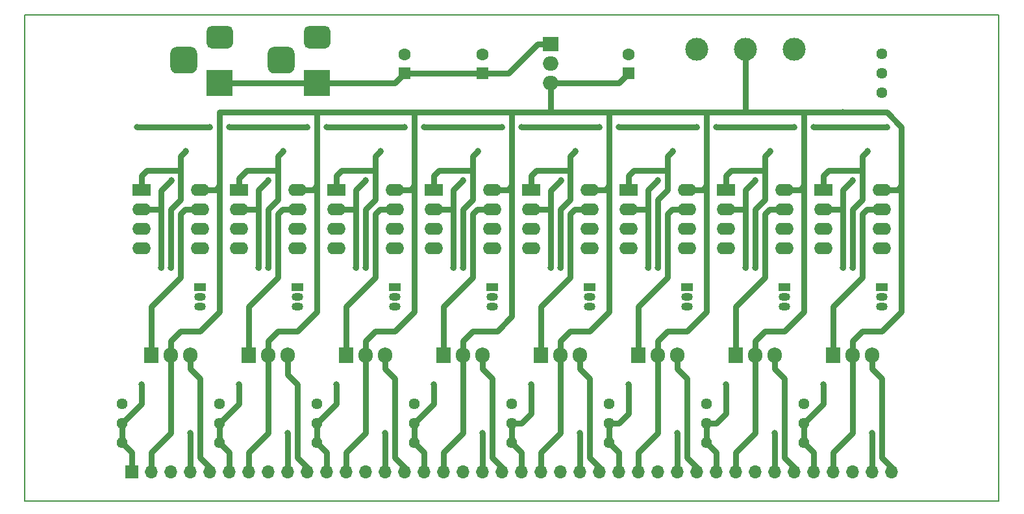
<source format=gbr>
G04 #@! TF.GenerationSoftware,KiCad,Pcbnew,5.1.8+dfsg1-1+b1*
G04 #@! TF.CreationDate,2021-05-07T12:02:56-05:00*
G04 #@! TF.ProjectId,potentiosynth,706f7465-6e74-4696-9f73-796e74682e6b,A*
G04 #@! TF.SameCoordinates,Original*
G04 #@! TF.FileFunction,Copper,L2,Bot*
G04 #@! TF.FilePolarity,Positive*
%FSLAX46Y46*%
G04 Gerber Fmt 4.6, Leading zero omitted, Abs format (unit mm)*
G04 Created by KiCad (PCBNEW 5.1.8+dfsg1-1+b1) date 2021-05-07 12:02:56*
%MOMM*%
%LPD*%
G01*
G04 APERTURE LIST*
G04 #@! TA.AperFunction,Profile*
%ADD10C,0.150000*%
G04 #@! TD*
G04 #@! TA.AperFunction,ComponentPad*
%ADD11C,1.440000*%
G04 #@! TD*
G04 #@! TA.AperFunction,ComponentPad*
%ADD12C,3.000000*%
G04 #@! TD*
G04 #@! TA.AperFunction,ComponentPad*
%ADD13R,3.500000X3.500000*%
G04 #@! TD*
G04 #@! TA.AperFunction,ComponentPad*
%ADD14O,2.400000X1.600000*%
G04 #@! TD*
G04 #@! TA.AperFunction,ComponentPad*
%ADD15R,2.400000X1.600000*%
G04 #@! TD*
G04 #@! TA.AperFunction,ComponentPad*
%ADD16R,1.500000X1.050000*%
G04 #@! TD*
G04 #@! TA.AperFunction,ComponentPad*
%ADD17O,1.500000X1.050000*%
G04 #@! TD*
G04 #@! TA.AperFunction,ComponentPad*
%ADD18O,1.905000X2.000000*%
G04 #@! TD*
G04 #@! TA.AperFunction,ComponentPad*
%ADD19R,1.905000X2.000000*%
G04 #@! TD*
G04 #@! TA.AperFunction,ComponentPad*
%ADD20O,2.000000X1.905000*%
G04 #@! TD*
G04 #@! TA.AperFunction,ComponentPad*
%ADD21R,2.000000X1.905000*%
G04 #@! TD*
G04 #@! TA.AperFunction,ComponentPad*
%ADD22O,1.700000X1.700000*%
G04 #@! TD*
G04 #@! TA.AperFunction,ComponentPad*
%ADD23R,1.700000X1.700000*%
G04 #@! TD*
G04 #@! TA.AperFunction,ComponentPad*
%ADD24C,1.600000*%
G04 #@! TD*
G04 #@! TA.AperFunction,ComponentPad*
%ADD25R,1.600000X1.600000*%
G04 #@! TD*
G04 #@! TA.AperFunction,ViaPad*
%ADD26C,0.800000*%
G04 #@! TD*
G04 #@! TA.AperFunction,Conductor*
%ADD27C,0.762000*%
G04 #@! TD*
G04 APERTURE END LIST*
D10*
X50800000Y-127000000D02*
X177800000Y-127000000D01*
X50800000Y-63500000D02*
X177800000Y-63500000D01*
X50800000Y-127000000D02*
X50800000Y-63500000D01*
X177800000Y-127000000D02*
X177800000Y-63500000D01*
D11*
X139700000Y-119380000D03*
X139700000Y-116840000D03*
X139700000Y-114300000D03*
D12*
X151130000Y-67945000D03*
G04 #@! TA.AperFunction,ComponentPad*
G36*
G01*
X83325000Y-67640000D02*
X85075000Y-67640000D01*
G75*
G02*
X85950000Y-68515000I0J-875000D01*
G01*
X85950000Y-70265000D01*
G75*
G02*
X85075000Y-71140000I-875000J0D01*
G01*
X83325000Y-71140000D01*
G75*
G02*
X82450000Y-70265000I0J875000D01*
G01*
X82450000Y-68515000D01*
G75*
G02*
X83325000Y-67640000I875000J0D01*
G01*
G37*
G04 #@! TD.AperFunction*
G04 #@! TA.AperFunction,ComponentPad*
G36*
G01*
X87900000Y-64890000D02*
X89900000Y-64890000D01*
G75*
G02*
X90650000Y-65640000I0J-750000D01*
G01*
X90650000Y-67140000D01*
G75*
G02*
X89900000Y-67890000I-750000J0D01*
G01*
X87900000Y-67890000D01*
G75*
G02*
X87150000Y-67140000I0J750000D01*
G01*
X87150000Y-65640000D01*
G75*
G02*
X87900000Y-64890000I750000J0D01*
G01*
G37*
G04 #@! TD.AperFunction*
D13*
X88900000Y-72390000D03*
G04 #@! TA.AperFunction,ComponentPad*
G36*
G01*
X70625000Y-67640000D02*
X72375000Y-67640000D01*
G75*
G02*
X73250000Y-68515000I0J-875000D01*
G01*
X73250000Y-70265000D01*
G75*
G02*
X72375000Y-71140000I-875000J0D01*
G01*
X70625000Y-71140000D01*
G75*
G02*
X69750000Y-70265000I0J875000D01*
G01*
X69750000Y-68515000D01*
G75*
G02*
X70625000Y-67640000I875000J0D01*
G01*
G37*
G04 #@! TD.AperFunction*
G04 #@! TA.AperFunction,ComponentPad*
G36*
G01*
X75200000Y-64890000D02*
X77200000Y-64890000D01*
G75*
G02*
X77950000Y-65640000I0J-750000D01*
G01*
X77950000Y-67140000D01*
G75*
G02*
X77200000Y-67890000I-750000J0D01*
G01*
X75200000Y-67890000D01*
G75*
G02*
X74450000Y-67140000I0J750000D01*
G01*
X74450000Y-65640000D01*
G75*
G02*
X75200000Y-64890000I750000J0D01*
G01*
G37*
G04 #@! TD.AperFunction*
X76200000Y-72390000D03*
D11*
X76200000Y-119380000D03*
X76200000Y-116840000D03*
X76200000Y-114300000D03*
D14*
X111760000Y-86360000D03*
X104140000Y-93980000D03*
X111760000Y-88900000D03*
X104140000Y-91440000D03*
X111760000Y-91440000D03*
X104140000Y-88900000D03*
X111760000Y-93980000D03*
D15*
X104140000Y-86360000D03*
D14*
X99060000Y-86360000D03*
X91440000Y-93980000D03*
X99060000Y-88900000D03*
X91440000Y-91440000D03*
X99060000Y-91440000D03*
X91440000Y-88900000D03*
X99060000Y-93980000D03*
D15*
X91440000Y-86360000D03*
D14*
X124460000Y-86360000D03*
X116840000Y-93980000D03*
X124460000Y-88900000D03*
X116840000Y-91440000D03*
X124460000Y-91440000D03*
X116840000Y-88900000D03*
X124460000Y-93980000D03*
D15*
X116840000Y-86360000D03*
D14*
X162560000Y-86360000D03*
X154940000Y-93980000D03*
X162560000Y-88900000D03*
X154940000Y-91440000D03*
X162560000Y-91440000D03*
X154940000Y-88900000D03*
X162560000Y-93980000D03*
D15*
X154940000Y-86360000D03*
D14*
X149860000Y-86360000D03*
X142240000Y-93980000D03*
X149860000Y-88900000D03*
X142240000Y-91440000D03*
X149860000Y-91440000D03*
X142240000Y-88900000D03*
X149860000Y-93980000D03*
D15*
X142240000Y-86360000D03*
D14*
X137160000Y-86360000D03*
X129540000Y-93980000D03*
X137160000Y-88900000D03*
X129540000Y-91440000D03*
X137160000Y-91440000D03*
X129540000Y-88900000D03*
X137160000Y-93980000D03*
D15*
X129540000Y-86360000D03*
D14*
X86360000Y-86360000D03*
X78740000Y-93980000D03*
X86360000Y-88900000D03*
X78740000Y-91440000D03*
X86360000Y-91440000D03*
X78740000Y-88900000D03*
X86360000Y-93980000D03*
D15*
X78740000Y-86360000D03*
D14*
X73660000Y-86360000D03*
X66040000Y-93980000D03*
X73660000Y-88900000D03*
X66040000Y-91440000D03*
X73660000Y-91440000D03*
X66040000Y-88900000D03*
X73660000Y-93980000D03*
D15*
X66040000Y-86360000D03*
D11*
X101600000Y-119380000D03*
X101600000Y-116840000D03*
X101600000Y-114300000D03*
X88900000Y-119380000D03*
X88900000Y-116840000D03*
X88900000Y-114300000D03*
X114300000Y-119380000D03*
X114300000Y-116840000D03*
X114300000Y-114300000D03*
X152400000Y-119380000D03*
X152400000Y-116840000D03*
X152400000Y-114300000D03*
X127000000Y-119380000D03*
X127000000Y-116840000D03*
X127000000Y-114300000D03*
X63500000Y-119380000D03*
X63500000Y-116840000D03*
X63500000Y-114300000D03*
D16*
X111760000Y-99060000D03*
D17*
X111760000Y-101600000D03*
X111760000Y-100330000D03*
D16*
X99060000Y-99060000D03*
D17*
X99060000Y-101600000D03*
X99060000Y-100330000D03*
D16*
X124460000Y-99060000D03*
D17*
X124460000Y-101600000D03*
X124460000Y-100330000D03*
D16*
X162560000Y-99060000D03*
D17*
X162560000Y-101600000D03*
X162560000Y-100330000D03*
D16*
X149860000Y-99060000D03*
D17*
X149860000Y-101600000D03*
X149860000Y-100330000D03*
D16*
X137160000Y-99060000D03*
D17*
X137160000Y-101600000D03*
X137160000Y-100330000D03*
D16*
X86360000Y-99060000D03*
D17*
X86360000Y-101600000D03*
X86360000Y-100330000D03*
D16*
X73660000Y-99060000D03*
D17*
X73660000Y-101600000D03*
X73660000Y-100330000D03*
D18*
X110490000Y-107950000D03*
X107950000Y-107950000D03*
D19*
X105410000Y-107950000D03*
D18*
X97790000Y-107950000D03*
X95250000Y-107950000D03*
D19*
X92710000Y-107950000D03*
D18*
X123190000Y-107950000D03*
X120650000Y-107950000D03*
D19*
X118110000Y-107950000D03*
D18*
X161290000Y-107950000D03*
X158750000Y-107950000D03*
D19*
X156210000Y-107950000D03*
D18*
X148590000Y-107950000D03*
X146050000Y-107950000D03*
D19*
X143510000Y-107950000D03*
D18*
X135890000Y-107950000D03*
X133350000Y-107950000D03*
D19*
X130810000Y-107950000D03*
D18*
X85090000Y-107950000D03*
X82550000Y-107950000D03*
D19*
X80010000Y-107950000D03*
D18*
X72390000Y-107950000D03*
X69850000Y-107950000D03*
D19*
X67310000Y-107950000D03*
D20*
X119380000Y-72390000D03*
X119380000Y-69850000D03*
D21*
X119380000Y-67310000D03*
D11*
X162560000Y-68580000D03*
X162560000Y-71120000D03*
X162560000Y-73660000D03*
D22*
X163830000Y-123190000D03*
X161290000Y-123190000D03*
X158750000Y-123190000D03*
X156210000Y-123190000D03*
X153670000Y-123190000D03*
X151130000Y-123190000D03*
X148590000Y-123190000D03*
X146050000Y-123190000D03*
X143510000Y-123190000D03*
X140970000Y-123190000D03*
X138430000Y-123190000D03*
X135890000Y-123190000D03*
X133350000Y-123190000D03*
X130810000Y-123190000D03*
X128270000Y-123190000D03*
X125730000Y-123190000D03*
X123190000Y-123190000D03*
X120650000Y-123190000D03*
X118110000Y-123190000D03*
X115570000Y-123190000D03*
X113030000Y-123190000D03*
X110490000Y-123190000D03*
X107950000Y-123190000D03*
X105410000Y-123190000D03*
X102870000Y-123190000D03*
X100330000Y-123190000D03*
X97790000Y-123190000D03*
X95250000Y-123190000D03*
X92710000Y-123190000D03*
X90170000Y-123190000D03*
X87630000Y-123190000D03*
X85090000Y-123190000D03*
X82550000Y-123190000D03*
X80010000Y-123190000D03*
X77470000Y-123190000D03*
X74930000Y-123190000D03*
X72390000Y-123190000D03*
X69850000Y-123190000D03*
X67310000Y-123190000D03*
D23*
X64770000Y-123190000D03*
D12*
X144780000Y-67945000D03*
X138430000Y-67945000D03*
D24*
X129540000Y-68620000D03*
D25*
X129540000Y-71120000D03*
D24*
X110490000Y-68620000D03*
D25*
X110490000Y-71120000D03*
D24*
X100330000Y-68620000D03*
D25*
X100330000Y-71120000D03*
D26*
X157480000Y-76200000D03*
X69850000Y-96520000D03*
X71755000Y-81280000D03*
X82550000Y-96520000D03*
X84455000Y-81280000D03*
X161290000Y-118110000D03*
X154940000Y-111760000D03*
X148590000Y-118110000D03*
X142240000Y-111760000D03*
X135890000Y-118110000D03*
X129540000Y-111760000D03*
X123190000Y-118110000D03*
X116840000Y-111760000D03*
X110490000Y-118110000D03*
X104140000Y-111760000D03*
X97790000Y-118110000D03*
X91440000Y-111760000D03*
X85090000Y-118110000D03*
X78740000Y-111760000D03*
X72390000Y-118110000D03*
X66040000Y-111760000D03*
X95250000Y-96520000D03*
X97155000Y-81280000D03*
X107950000Y-96520000D03*
X109855000Y-81280000D03*
X120650000Y-96520000D03*
X122555000Y-81280000D03*
X133350000Y-96520000D03*
X135255000Y-81280000D03*
X146050000Y-96520000D03*
X147955000Y-81280000D03*
X158750000Y-96520000D03*
X160655000Y-81280000D03*
X77470000Y-78105000D03*
X87630000Y-78105000D03*
X90170000Y-78105000D03*
X100330000Y-78105000D03*
X102870000Y-78105000D03*
X113030000Y-78105000D03*
X115570000Y-78105000D03*
X125730000Y-78105000D03*
X128270000Y-78105000D03*
X138430000Y-78105000D03*
X140970000Y-78105000D03*
X151130000Y-78105000D03*
X153670000Y-78105000D03*
X74930000Y-78105000D03*
X65405000Y-78105000D03*
X163195000Y-78105000D03*
X69893500Y-85090000D03*
X68580000Y-96520000D03*
X81280000Y-96520000D03*
X82550000Y-85090000D03*
X93980000Y-96520000D03*
X95250000Y-85090000D03*
X106680000Y-96520000D03*
X107950000Y-85090000D03*
X119380000Y-96520000D03*
X120693500Y-85090000D03*
X132080000Y-96520000D03*
X133350000Y-85090000D03*
X144780000Y-96520000D03*
X146050000Y-85090000D03*
X157480000Y-96520000D03*
X158750000Y-85090000D03*
D27*
X75622000Y-86360000D02*
X76200000Y-85782000D01*
X73660000Y-86360000D02*
X75622000Y-86360000D01*
X76200000Y-85782000D02*
X76200000Y-76200000D01*
X88322000Y-86360000D02*
X86360000Y-86360000D01*
X88900000Y-85782000D02*
X88322000Y-86360000D01*
X76200000Y-76200000D02*
X88900000Y-76200000D01*
X88900000Y-76200000D02*
X88900000Y-85090000D01*
X101022000Y-86360000D02*
X99060000Y-86360000D01*
X101600000Y-76200000D02*
X101600000Y-85782000D01*
X101600000Y-85782000D02*
X101022000Y-86360000D01*
X88900000Y-76200000D02*
X101600000Y-76200000D01*
X69850000Y-107950000D02*
X69850000Y-106045000D01*
X69850000Y-106045000D02*
X71120000Y-104775000D01*
X71120000Y-104775000D02*
X73660000Y-104775000D01*
X73660000Y-104775000D02*
X76200000Y-102235000D01*
X76200000Y-102235000D02*
X76200000Y-98425000D01*
X76200000Y-98425000D02*
X76200000Y-97790000D01*
X76200000Y-85782000D02*
X76200000Y-97790000D01*
X76200000Y-97790000D02*
X76200000Y-98032000D01*
X95250000Y-107950000D02*
X95250000Y-106045000D01*
X95250000Y-106045000D02*
X96520000Y-104775000D01*
X96520000Y-104775000D02*
X99060000Y-104775000D01*
X99060000Y-104775000D02*
X101600000Y-102235000D01*
X101600000Y-102235000D02*
X101600000Y-85782000D01*
X112395000Y-104775000D02*
X114300000Y-102870000D01*
X101600000Y-76200000D02*
X114300000Y-76200000D01*
X107950000Y-107950000D02*
X107950000Y-106045000D01*
X107950000Y-106045000D02*
X109220000Y-104775000D01*
X109220000Y-104775000D02*
X112395000Y-104775000D01*
X120650000Y-107950000D02*
X120650000Y-106045000D01*
X120650000Y-106045000D02*
X121920000Y-104775000D01*
X121920000Y-104775000D02*
X124460000Y-104775000D01*
X124460000Y-104775000D02*
X127000000Y-102235000D01*
X127000000Y-76200000D02*
X129540000Y-76200000D01*
X127000000Y-85782000D02*
X127000000Y-85090000D01*
X126422000Y-86360000D02*
X127000000Y-85782000D01*
X124460000Y-86360000D02*
X126422000Y-86360000D01*
X127000000Y-102235000D02*
X127000000Y-85090000D01*
X127000000Y-85090000D02*
X127000000Y-76200000D01*
X165100000Y-78105000D02*
X165100000Y-85782000D01*
X164522000Y-86360000D02*
X162560000Y-86360000D01*
X165100000Y-85782000D02*
X164522000Y-86360000D01*
X163195000Y-76200000D02*
X165100000Y-78105000D01*
X165100000Y-85782000D02*
X165100000Y-102235000D01*
X158750000Y-107950000D02*
X158750000Y-106045000D01*
X158750000Y-106045000D02*
X160020000Y-104775000D01*
X160020000Y-104775000D02*
X162560000Y-104775000D01*
X162560000Y-104775000D02*
X165100000Y-102235000D01*
X146050000Y-107950000D02*
X146050000Y-106045000D01*
X146050000Y-106045000D02*
X147320000Y-104775000D01*
X147320000Y-104775000D02*
X149860000Y-104775000D01*
X149860000Y-104775000D02*
X152400000Y-102235000D01*
X133350000Y-107950000D02*
X133350000Y-106045000D01*
X133350000Y-106045000D02*
X134620000Y-104775000D01*
X134620000Y-104775000D02*
X137160000Y-104775000D01*
X137160000Y-104775000D02*
X139700000Y-102235000D01*
X139700000Y-77923118D02*
X139700000Y-76200000D01*
X129540000Y-76200000D02*
X139700000Y-76200000D01*
X114300000Y-85782000D02*
X113722000Y-86360000D01*
X113722000Y-86360000D02*
X111760000Y-86360000D01*
X114300000Y-85090000D02*
X114300000Y-85782000D01*
X114300000Y-85090000D02*
X114300000Y-76200000D01*
X114300000Y-102870000D02*
X114300000Y-85090000D01*
X139700000Y-85782000D02*
X139122000Y-86360000D01*
X139700000Y-85090000D02*
X139700000Y-85782000D01*
X139122000Y-86360000D02*
X137160000Y-86360000D01*
X139700000Y-85090000D02*
X139700000Y-77923118D01*
X139700000Y-102235000D02*
X139700000Y-85090000D01*
X152400000Y-85782000D02*
X151822000Y-86360000D01*
X152400000Y-85090000D02*
X152400000Y-85782000D01*
X151822000Y-86360000D02*
X149860000Y-86360000D01*
X152400000Y-85090000D02*
X152400000Y-76200000D01*
X152400000Y-102235000D02*
X152400000Y-85090000D01*
X88900000Y-102235000D02*
X88900000Y-85725000D01*
X86360000Y-104775000D02*
X88900000Y-102235000D01*
X83820000Y-104775000D02*
X86360000Y-104775000D01*
X82550000Y-106045000D02*
X83820000Y-104775000D01*
X88900000Y-85725000D02*
X88900000Y-85782000D01*
X88900000Y-85090000D02*
X88900000Y-85725000D01*
X82550000Y-107950000D02*
X82550000Y-106045000D01*
X128270000Y-72390000D02*
X129540000Y-71120000D01*
X119380000Y-72390000D02*
X128270000Y-72390000D01*
X119380000Y-72390000D02*
X119380000Y-76200000D01*
X114300000Y-76200000D02*
X119380000Y-76200000D01*
X119380000Y-76200000D02*
X127000000Y-76200000D01*
X144780000Y-67310000D02*
X144780000Y-69431320D01*
X144780000Y-69431320D02*
X144780000Y-76200000D01*
X139700000Y-76200000D02*
X146050000Y-76200000D01*
X146050000Y-76200000D02*
X152400000Y-76200000D01*
X67310000Y-120650000D02*
X69850000Y-118110000D01*
X69850000Y-118110000D02*
X69850000Y-107950000D01*
X82550000Y-118110000D02*
X82550000Y-107950000D01*
X80010000Y-120650000D02*
X82550000Y-118110000D01*
X118110000Y-120650000D02*
X120650000Y-118110000D01*
X120650000Y-118110000D02*
X120650000Y-107950000D01*
X146050000Y-118110000D02*
X146050000Y-107950000D01*
X143510000Y-120650000D02*
X146050000Y-118110000D01*
X130810000Y-120650000D02*
X133350000Y-118110000D01*
X133350000Y-118110000D02*
X133350000Y-107950000D01*
X156210000Y-120650000D02*
X158750000Y-118110000D01*
X158750000Y-118110000D02*
X158750000Y-107950000D01*
X92710000Y-120650000D02*
X95250000Y-118110000D01*
X95250000Y-118110000D02*
X95250000Y-107950000D01*
X152400000Y-76200000D02*
X157480000Y-76200000D01*
X157480000Y-76200000D02*
X163195000Y-76200000D01*
X143510000Y-120650000D02*
X143510000Y-123190000D01*
X156210000Y-120650000D02*
X156210000Y-123190000D01*
X130810000Y-120650000D02*
X130810000Y-123190000D01*
X118110000Y-120650000D02*
X118110000Y-123190000D01*
X107950000Y-118110000D02*
X107950000Y-107950000D01*
X105410000Y-120650000D02*
X107950000Y-118110000D01*
X105410000Y-121920000D02*
X105410000Y-123190000D01*
X105410000Y-120650000D02*
X105410000Y-121920000D01*
X92710000Y-120650000D02*
X92710000Y-123190000D01*
X80010000Y-120650000D02*
X80010000Y-123190000D01*
X67310000Y-120650000D02*
X67310000Y-123190000D01*
X99060000Y-72390000D02*
X100330000Y-71120000D01*
X76200000Y-72390000D02*
X99060000Y-72390000D01*
X100330000Y-71120000D02*
X110490000Y-71120000D01*
X117618000Y-67310000D02*
X113808000Y-71120000D01*
X119380000Y-67310000D02*
X117618000Y-67310000D01*
X113808000Y-71120000D02*
X110490000Y-71120000D01*
X71698000Y-88900000D02*
X73660000Y-88900000D01*
X71120000Y-89478000D02*
X71698000Y-88900000D01*
X71120000Y-97790000D02*
X71120000Y-89478000D01*
X67310000Y-101600000D02*
X71120000Y-97790000D01*
X67310000Y-107950000D02*
X67310000Y-101600000D01*
X66040000Y-86360000D02*
X66040000Y-84455000D01*
X66040000Y-84455000D02*
X66675000Y-83820000D01*
X66675000Y-83820000D02*
X71120000Y-83820000D01*
X71120000Y-83820000D02*
X71120000Y-87630000D01*
X71120000Y-87630000D02*
X69850000Y-88900000D01*
X69850000Y-88900000D02*
X69850000Y-96520000D01*
X71120000Y-83820000D02*
X71120000Y-81915000D01*
X71120000Y-81915000D02*
X71755000Y-81280000D01*
X84398000Y-88900000D02*
X86360000Y-88900000D01*
X83820000Y-89478000D02*
X84398000Y-88900000D01*
X83820000Y-97790000D02*
X83820000Y-89478000D01*
X80010000Y-101600000D02*
X83820000Y-97790000D01*
X80010000Y-107950000D02*
X80010000Y-101600000D01*
X78740000Y-84798000D02*
X79718000Y-83820000D01*
X78740000Y-86360000D02*
X78740000Y-84798000D01*
X83820000Y-83820000D02*
X83820000Y-87630000D01*
X79718000Y-83820000D02*
X83820000Y-83820000D01*
X83820000Y-87630000D02*
X82550000Y-88900000D01*
X82550000Y-88900000D02*
X82550000Y-96520000D01*
X83820000Y-83820000D02*
X83820000Y-81915000D01*
X83820000Y-81915000D02*
X84455000Y-81280000D01*
X162560000Y-121285000D02*
X163830000Y-122555000D01*
X162560000Y-110982000D02*
X162560000Y-121285000D01*
X161290000Y-107950000D02*
X161290000Y-109712000D01*
X161290000Y-109712000D02*
X162560000Y-110982000D01*
X161290000Y-123190000D02*
X161290000Y-118110000D01*
X152400000Y-116840000D02*
X152400000Y-119380000D01*
X153670000Y-120650000D02*
X152400000Y-119380000D01*
X153670000Y-120650000D02*
X153670000Y-123190000D01*
X154940000Y-114300000D02*
X152400000Y-116840000D01*
X154940000Y-111760000D02*
X154940000Y-114300000D01*
X149860000Y-121285000D02*
X151130000Y-122555000D01*
X149860000Y-110982000D02*
X149860000Y-121285000D01*
X148590000Y-107950000D02*
X148590000Y-109712000D01*
X148590000Y-109712000D02*
X149860000Y-110982000D01*
X148590000Y-123190000D02*
X148590000Y-118110000D01*
X139700000Y-119380000D02*
X139700000Y-116840000D01*
X142240000Y-111760000D02*
X142240000Y-115570000D01*
X142240000Y-115570000D02*
X140970000Y-116840000D01*
X140970000Y-116840000D02*
X139700000Y-116840000D01*
X139700000Y-119380000D02*
X140970000Y-120650000D01*
X140970000Y-120650000D02*
X140970000Y-123190000D01*
X137160000Y-121285000D02*
X138430000Y-122555000D01*
X135890000Y-107950000D02*
X135890000Y-109712000D01*
X137160000Y-110982000D02*
X137160000Y-121285000D01*
X135890000Y-109712000D02*
X137160000Y-110982000D01*
X135890000Y-123190000D02*
X135890000Y-118110000D01*
X128270000Y-120650000D02*
X127000000Y-119380000D01*
X127000000Y-116840000D02*
X127000000Y-119380000D01*
X129540000Y-111760000D02*
X129540000Y-115570000D01*
X128270000Y-116840000D02*
X127000000Y-116840000D01*
X129540000Y-115570000D02*
X128270000Y-116840000D01*
X128270000Y-120650000D02*
X128270000Y-123190000D01*
X124460000Y-110982000D02*
X124460000Y-121285000D01*
X123190000Y-107950000D02*
X123190000Y-109712000D01*
X124460000Y-121285000D02*
X125730000Y-122555000D01*
X123190000Y-109712000D02*
X124460000Y-110982000D01*
X123190000Y-123190000D02*
X123190000Y-118110000D01*
X115570000Y-120650000D02*
X114300000Y-119380000D01*
X114300000Y-116840000D02*
X114300000Y-119380000D01*
X116840000Y-111760000D02*
X116840000Y-115570000D01*
X116840000Y-115570000D02*
X115570000Y-116840000D01*
X115570000Y-116840000D02*
X114300000Y-116840000D01*
X115570000Y-120650000D02*
X115570000Y-123190000D01*
X111760000Y-121285000D02*
X113030000Y-122555000D01*
X111760000Y-110982000D02*
X111760000Y-121285000D01*
X110490000Y-107950000D02*
X110490000Y-109712000D01*
X110490000Y-109712000D02*
X111760000Y-110982000D01*
X110490000Y-123190000D02*
X110490000Y-118110000D01*
X102870000Y-120650000D02*
X101600000Y-119380000D01*
X101600000Y-116840000D02*
X101600000Y-119380000D01*
X104140000Y-114300000D02*
X101600000Y-116840000D01*
X104140000Y-111760000D02*
X104140000Y-114300000D01*
X102870000Y-120650000D02*
X102870000Y-123190000D01*
X99060000Y-110982000D02*
X99060000Y-121285000D01*
X99060000Y-121285000D02*
X100330000Y-122555000D01*
X97790000Y-107950000D02*
X97790000Y-109712000D01*
X97790000Y-109712000D02*
X99060000Y-110982000D01*
X97790000Y-123190000D02*
X97790000Y-118110000D01*
X90170000Y-120650000D02*
X88900000Y-119380000D01*
X88900000Y-119380000D02*
X88900000Y-116840000D01*
X91440000Y-114300000D02*
X88900000Y-116840000D01*
X91440000Y-111760000D02*
X91440000Y-114300000D01*
X90170000Y-121920000D02*
X90170000Y-123190000D01*
X90170000Y-120650000D02*
X90170000Y-121920000D01*
X85090000Y-107950000D02*
X85090000Y-110490000D01*
X85090000Y-110490000D02*
X86360000Y-111760000D01*
X86360000Y-111760000D02*
X86360000Y-121285000D01*
X86360000Y-121285000D02*
X87630000Y-122555000D01*
X85090000Y-123190000D02*
X85090000Y-118110000D01*
X76200000Y-116840000D02*
X76200000Y-119380000D01*
X77470000Y-120650000D02*
X76200000Y-119380000D01*
X78740000Y-114300000D02*
X76200000Y-116840000D01*
X78740000Y-111760000D02*
X78740000Y-114300000D01*
X77470000Y-120650000D02*
X77470000Y-123190000D01*
X73660000Y-110982000D02*
X73660000Y-121285000D01*
X73660000Y-121285000D02*
X74930000Y-122555000D01*
X72390000Y-107950000D02*
X72390000Y-109712000D01*
X72390000Y-109712000D02*
X73660000Y-110982000D01*
X72390000Y-123190000D02*
X72390000Y-118110000D01*
X64770000Y-120650000D02*
X63500000Y-119380000D01*
X63500000Y-119380000D02*
X63500000Y-116840000D01*
X66040000Y-114300000D02*
X63500000Y-116840000D01*
X66040000Y-111760000D02*
X66040000Y-114300000D01*
X64770000Y-120650000D02*
X64770000Y-123190000D01*
X96520000Y-97790000D02*
X96520000Y-89478000D01*
X97098000Y-88900000D02*
X99060000Y-88900000D01*
X96520000Y-89478000D02*
X97098000Y-88900000D01*
X92710000Y-101600000D02*
X96520000Y-97790000D01*
X92710000Y-107950000D02*
X92710000Y-101600000D01*
X109220000Y-89478000D02*
X109798000Y-88900000D01*
X109798000Y-88900000D02*
X111760000Y-88900000D01*
X109220000Y-97790000D02*
X109220000Y-89478000D01*
X105410000Y-101600000D02*
X109220000Y-97790000D01*
X105410000Y-107950000D02*
X105410000Y-101600000D01*
X122498000Y-88900000D02*
X124460000Y-88900000D01*
X121920000Y-97790000D02*
X121920000Y-89478000D01*
X121920000Y-89478000D02*
X122498000Y-88900000D01*
X118110000Y-101600000D02*
X121920000Y-97790000D01*
X118110000Y-107950000D02*
X118110000Y-101600000D01*
X135198000Y-88900000D02*
X137160000Y-88900000D01*
X134620000Y-89478000D02*
X135198000Y-88900000D01*
X134620000Y-97790000D02*
X134620000Y-89478000D01*
X130810000Y-101600000D02*
X134620000Y-97790000D01*
X130810000Y-107950000D02*
X130810000Y-101600000D01*
X147898000Y-88900000D02*
X149860000Y-88900000D01*
X143510000Y-101600000D02*
X147320000Y-97790000D01*
X147320000Y-89478000D02*
X147898000Y-88900000D01*
X147320000Y-97790000D02*
X147320000Y-89478000D01*
X143510000Y-107950000D02*
X143510000Y-101600000D01*
X160598000Y-88900000D02*
X162560000Y-88900000D01*
X160020000Y-89478000D02*
X160598000Y-88900000D01*
X160020000Y-97790000D02*
X160020000Y-89478000D01*
X156210000Y-101600000D02*
X160020000Y-97790000D01*
X156210000Y-107950000D02*
X156210000Y-101600000D01*
X91440000Y-86360000D02*
X91440000Y-85090000D01*
X91440000Y-85090000D02*
X91440000Y-84455000D01*
X91440000Y-84455000D02*
X92075000Y-83820000D01*
X96520000Y-83820000D02*
X96520000Y-86360000D01*
X92075000Y-83820000D02*
X96520000Y-83820000D01*
X96520000Y-86360000D02*
X96520000Y-87630000D01*
X96520000Y-87630000D02*
X95250000Y-88900000D01*
X95250000Y-88900000D02*
X95250000Y-96520000D01*
X96520000Y-83820000D02*
X96520000Y-81915000D01*
X96520000Y-81915000D02*
X97155000Y-81280000D01*
X104140000Y-86360000D02*
X104140000Y-85090000D01*
X104140000Y-85090000D02*
X104140000Y-84455000D01*
X104140000Y-84455000D02*
X104775000Y-83820000D01*
X109220000Y-83820000D02*
X109220000Y-87630000D01*
X104775000Y-83820000D02*
X109220000Y-83820000D01*
X109220000Y-87630000D02*
X107950000Y-88900000D01*
X107950000Y-88900000D02*
X107950000Y-96520000D01*
X109220000Y-83820000D02*
X109220000Y-81915000D01*
X109220000Y-81915000D02*
X109855000Y-81280000D01*
X116840000Y-86360000D02*
X116840000Y-85090000D01*
X116840000Y-85090000D02*
X116840000Y-84455000D01*
X116840000Y-84455000D02*
X117475000Y-83820000D01*
X121920000Y-83820000D02*
X121920000Y-87630000D01*
X117475000Y-83820000D02*
X121920000Y-83820000D01*
X121920000Y-87630000D02*
X120650000Y-88900000D01*
X120650000Y-88900000D02*
X120650000Y-96520000D01*
X121920000Y-83820000D02*
X121920000Y-81915000D01*
X121920000Y-81915000D02*
X122555000Y-81280000D01*
X129540000Y-86360000D02*
X129540000Y-84798000D01*
X129540000Y-84798000D02*
X129540000Y-84455000D01*
X129540000Y-84455000D02*
X130175000Y-83820000D01*
X134620000Y-83820000D02*
X134620000Y-86360000D01*
X130175000Y-83820000D02*
X134620000Y-83820000D01*
X134620000Y-86360000D02*
X133350000Y-87630000D01*
X133350000Y-87630000D02*
X133350000Y-96520000D01*
X134620000Y-83820000D02*
X134620000Y-81915000D01*
X134620000Y-81915000D02*
X135255000Y-81280000D01*
X142240000Y-86360000D02*
X142240000Y-84798000D01*
X142240000Y-84798000D02*
X142240000Y-84455000D01*
X142240000Y-84455000D02*
X142875000Y-83820000D01*
X147320000Y-83820000D02*
X147320000Y-87630000D01*
X142875000Y-83820000D02*
X147320000Y-83820000D01*
X147320000Y-87630000D02*
X146050000Y-88900000D01*
X146050000Y-88900000D02*
X146050000Y-96520000D01*
X147320000Y-83820000D02*
X147320000Y-81915000D01*
X147320000Y-81915000D02*
X147955000Y-81280000D01*
X154940000Y-86360000D02*
X154940000Y-84455000D01*
X154940000Y-84455000D02*
X155575000Y-83820000D01*
X160020000Y-83820000D02*
X160020000Y-87630000D01*
X155575000Y-83820000D02*
X160020000Y-83820000D01*
X160020000Y-87630000D02*
X158750000Y-88900000D01*
X158750000Y-88900000D02*
X158750000Y-96520000D01*
X160020000Y-83820000D02*
X160020000Y-81915000D01*
X160020000Y-81915000D02*
X160655000Y-81280000D01*
X77470000Y-78105000D02*
X87630000Y-78105000D01*
X90170000Y-78105000D02*
X100330000Y-78105000D01*
X102870000Y-78105000D02*
X113030000Y-78105000D01*
X115570000Y-78105000D02*
X125730000Y-78105000D01*
X128270000Y-78105000D02*
X138430000Y-78105000D01*
X140970000Y-78105000D02*
X151130000Y-78105000D01*
X74930000Y-78105000D02*
X65405000Y-78105000D01*
X153670000Y-78105000D02*
X163195000Y-78105000D01*
X66040000Y-88900000D02*
X68580000Y-88900000D01*
X68580000Y-87630000D02*
X68580000Y-88900000D01*
X68580000Y-87630000D02*
X68580000Y-86403500D01*
X68580000Y-86403500D02*
X69893500Y-85090000D01*
X68580000Y-96520000D02*
X68580000Y-88900000D01*
X81280000Y-86360000D02*
X82550000Y-85090000D01*
X81280000Y-96520000D02*
X81280000Y-88900000D01*
X78740000Y-88900000D02*
X81280000Y-88900000D01*
X81280000Y-88900000D02*
X81280000Y-86360000D01*
X93980000Y-96520000D02*
X93980000Y-88900000D01*
X91440000Y-88900000D02*
X93980000Y-88900000D01*
X93980000Y-88900000D02*
X93980000Y-86360000D01*
X93980000Y-86360000D02*
X95250000Y-85090000D01*
X106680000Y-86360000D02*
X107950000Y-85090000D01*
X104140000Y-88900000D02*
X106680000Y-88900000D01*
X106680000Y-96520000D02*
X106680000Y-88900000D01*
X106680000Y-88900000D02*
X106680000Y-86360000D01*
X119380000Y-96520000D02*
X119380000Y-88900000D01*
X116840000Y-88900000D02*
X119380000Y-88900000D01*
X119380000Y-88900000D02*
X119380000Y-86403500D01*
X119380000Y-86403500D02*
X120693500Y-85090000D01*
X132080000Y-87630000D02*
X132080000Y-86360000D01*
X132080000Y-86360000D02*
X133350000Y-85090000D01*
X129540000Y-88900000D02*
X132080000Y-88900000D01*
X132080000Y-96520000D02*
X132080000Y-88900000D01*
X132080000Y-88900000D02*
X132080000Y-87630000D01*
X144780000Y-96520000D02*
X144780000Y-88900000D01*
X142240000Y-88900000D02*
X144780000Y-88900000D01*
X144780000Y-88900000D02*
X144780000Y-86360000D01*
X144780000Y-86360000D02*
X146050000Y-85090000D01*
X157480000Y-87630000D02*
X157480000Y-86360000D01*
X157480000Y-86360000D02*
X158750000Y-85090000D01*
X154940000Y-88900000D02*
X157480000Y-88900000D01*
X157480000Y-96520000D02*
X157480000Y-88900000D01*
X157480000Y-88900000D02*
X157480000Y-87630000D01*
M02*

</source>
